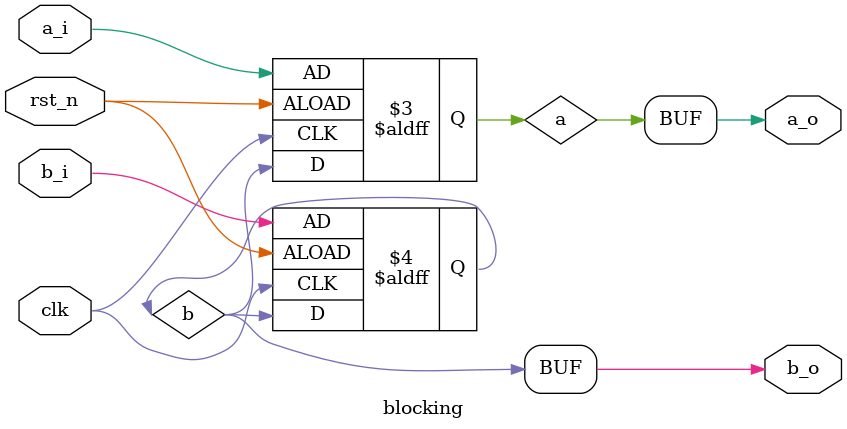
<source format=v>
module blocking (clk,rst_n,a_i,b_i,a_o,b_o);
input clk;
input rst_n;
input a_i, b_i;
output a_o, b_o;
reg a, b;
assign a_o = a;
assign b_o = b;
always @(posedge clk or negedge rst_n) begin
    if (~rst_n) begin
        a = a_i;
        b = b_i;
    end
    else begin
        a = b;
        b = a;
    end
end
endmodule
</source>
